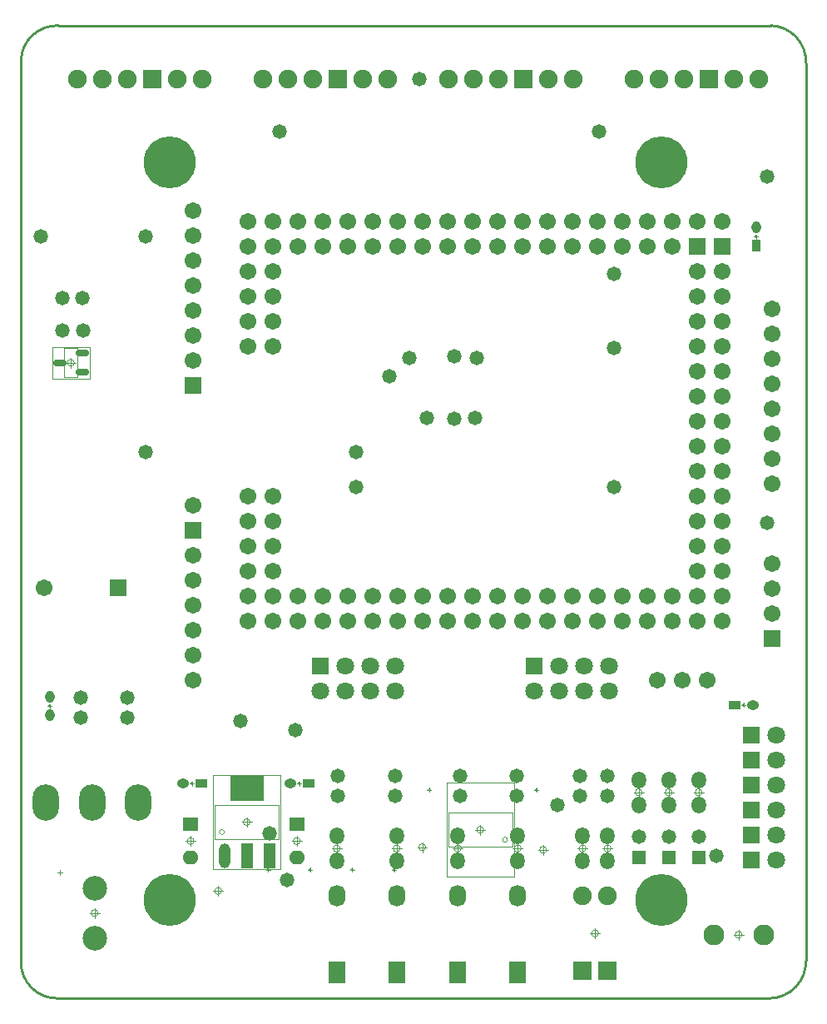
<source format=gts>
G04*
G04 #@! TF.GenerationSoftware,Altium Limited,Altium Designer,22.3.1 (43)*
G04*
G04 Layer_Color=8388736*
%FSLAX25Y25*%
%MOIN*%
G70*
G04*
G04 #@! TF.SameCoordinates,7771213D-0031-41E0-B7F0-5BACD8635ED2*
G04*
G04*
G04 #@! TF.FilePolarity,Negative*
G04*
G01*
G75*
%ADD12C,0.01000*%
%ADD20C,0.00394*%
%ADD21C,0.00100*%
%ADD22C,0.00197*%
%ADD23C,0.00300*%
%ADD39O,0.05800X0.06800*%
%ADD40R,0.06312X0.05524*%
%ADD41O,0.06312X0.05524*%
%ADD42R,0.04800X0.03800*%
%ADD43O,0.04800X0.03800*%
%ADD44R,0.05800X0.05800*%
%ADD45C,0.05800*%
%ADD46R,0.03800X0.04800*%
%ADD47O,0.03800X0.04800*%
%ADD48O,0.04540X0.09855*%
%ADD49R,0.04540X0.09855*%
%ADD50R,0.13792X0.09855*%
%ADD51R,0.06706X0.08674*%
%ADD52O,0.06706X0.08674*%
%ADD53O,0.05524X0.02769*%
%ADD54R,0.06706X0.06706*%
%ADD55C,0.06706*%
%ADD56R,0.06706X0.06706*%
%ADD57C,0.07493*%
%ADD58R,0.07493X0.07493*%
%ADD59C,0.20800*%
%ADD60R,0.07099X0.07099*%
%ADD61C,0.07099*%
%ADD62O,0.10642X0.14580*%
%ADD63C,0.09855*%
%ADD64C,0.08280*%
%ADD65R,0.07099X0.07099*%
D12*
X314500Y374500D02*
G03*
X300500Y389500I-14500J500D01*
G01*
X300000Y0D02*
G03*
X314500Y15000I-250J14750D01*
G01*
X0Y14500D02*
G03*
X14500Y0I14500J0D01*
G01*
X15000Y389500D02*
G03*
X0Y375500I-500J-14500D01*
G01*
X314500Y15000D02*
Y374500D01*
X14500Y0D02*
X300000D01*
X15000Y389500D02*
X300500D01*
X0Y14500D02*
Y375500D01*
D20*
X194968Y63500D02*
G03*
X194968Y63500I-984J0D01*
G01*
X81500Y66572D02*
G03*
X81500Y66572I-984J0D01*
G01*
X171205Y60610D02*
X196795D01*
X171205Y74390D02*
X196795D01*
Y60610D02*
Y74390D01*
X171205Y60610D02*
Y74390D01*
X77705Y63683D02*
X103295D01*
X77705Y77462D02*
X103295D01*
X77705Y63683D02*
Y77462D01*
X103295Y63683D02*
Y77462D01*
X22559Y248594D02*
Y260406D01*
X17441Y248594D02*
Y260406D01*
Y248594D02*
X22559D01*
X17441Y260406D02*
X22559D01*
X170500Y48602D02*
X197500D01*
X170500Y86398D02*
X197500D01*
Y48602D02*
Y86398D01*
X170500Y48602D02*
Y86398D01*
X77000Y51675D02*
X104000D01*
X77000Y89470D02*
X104000D01*
X77000Y51675D02*
Y89470D01*
X104000Y51675D02*
Y89470D01*
X27500Y248201D02*
Y260799D01*
X12500Y248201D02*
Y260799D01*
Y248201D02*
X27500D01*
X12500Y260799D02*
X27500D01*
D21*
X133167Y51500D02*
G03*
X133167Y51500I-500J0D01*
G01*
X99500D02*
G03*
X99500Y51500I-500J0D01*
G01*
X290000Y117500D02*
G03*
X290000Y117500I-500J0D01*
G01*
X206950Y83500D02*
G03*
X206950Y83500I-500J0D01*
G01*
X164050D02*
G03*
X164050Y83500I-500J0D01*
G01*
X116333Y51500D02*
G03*
X116333Y51500I-500J0D01*
G01*
X150000D02*
G03*
X150000Y51500I-500J0D01*
G01*
X295000Y305000D02*
G03*
X295000Y305000I-500J0D01*
G01*
X69000Y86000D02*
G03*
X69000Y86000I-500J0D01*
G01*
X112000D02*
G03*
X112000Y86000I-500J0D01*
G01*
X12000Y117000D02*
G03*
X12000Y117000I-500J0D01*
G01*
X132667Y50713D02*
Y52287D01*
X131879Y51500D02*
X133454D01*
X99000Y50713D02*
Y52287D01*
X98213Y51500D02*
X99787D01*
X288713Y117500D02*
X290287D01*
X289500Y116713D02*
Y118287D01*
X206450Y82713D02*
Y84287D01*
X205663Y83500D02*
X207237D01*
X163550Y82713D02*
Y84287D01*
X162763Y83500D02*
X164337D01*
X115046Y51500D02*
X116621D01*
X115833Y50713D02*
Y52287D01*
X148713Y51500D02*
X150287D01*
X149500Y50713D02*
Y52287D01*
X293713Y305000D02*
X295287D01*
X294500Y304213D02*
Y305787D01*
X68500Y85213D02*
Y86787D01*
X67713Y86000D02*
X69287D01*
X111500Y85213D02*
Y86787D01*
X110713Y86000D02*
X112287D01*
X10713Y117000D02*
X12287D01*
X11500Y116213D02*
Y117787D01*
D22*
X185378Y67500D02*
G03*
X185378Y67500I-1378J0D01*
G01*
X91878Y70572D02*
G03*
X91878Y70572I-1378J0D01*
G01*
X21378Y254500D02*
G03*
X21378Y254500I-1378J0D01*
G01*
X272878Y82500D02*
G03*
X272878Y82500I-1378J0D01*
G01*
X260878D02*
G03*
X260878Y82500I-1378J0D01*
G01*
X248878D02*
G03*
X248878Y82500I-1378J0D01*
G01*
X231378Y26000D02*
G03*
X231378Y26000I-1378J0D01*
G01*
X162172Y60500D02*
G03*
X162172Y60500I-1378J0D01*
G01*
X210584Y59500D02*
G03*
X210584Y59500I-1378J0D01*
G01*
X176378Y60000D02*
G03*
X176378Y60000I-1378J0D01*
G01*
X226378D02*
G03*
X226378Y60000I-1378J0D01*
G01*
X80378Y43000D02*
G03*
X80378Y43000I-1378J0D01*
G01*
X69378Y62966D02*
G03*
X69378Y62966I-1378J0D01*
G01*
X111878D02*
G03*
X111878Y62966I-1378J0D01*
G01*
X288901Y25500D02*
G03*
X288901Y25500I-1378J0D01*
G01*
X30878Y34157D02*
G03*
X30878Y34157I-1378J0D01*
G01*
X236378Y60000D02*
G03*
X236378Y60000I-1378J0D01*
G01*
X200378D02*
G03*
X200378Y60000I-1378J0D01*
G01*
X127878D02*
G03*
X127878Y60000I-1378J0D01*
G01*
X151878D02*
G03*
X151878Y60000I-1378J0D01*
G01*
X184000Y65532D02*
Y69469D01*
X182032Y67500D02*
X185969D01*
X90500Y68604D02*
Y72541D01*
X88532Y70572D02*
X92469D01*
X20000Y252532D02*
Y256469D01*
X18031Y254500D02*
X21968D01*
X269531Y82500D02*
X273468D01*
X271500Y80532D02*
Y84469D01*
X257532Y82500D02*
X261469D01*
X259500Y80532D02*
Y84469D01*
X247500Y80532D02*
Y84469D01*
X245532Y82500D02*
X249469D01*
X228032Y26000D02*
X231969D01*
X230000Y24032D02*
Y27969D01*
X160794Y58532D02*
Y62469D01*
X158825Y60500D02*
X162762D01*
X209206Y57532D02*
Y61469D01*
X207238Y59500D02*
X211175D01*
X175000Y58032D02*
Y61969D01*
X173032Y60000D02*
X176969D01*
X225000Y58032D02*
Y61969D01*
X223032Y60000D02*
X226969D01*
X79000Y41032D02*
Y44969D01*
X77032Y43000D02*
X80969D01*
X68000Y60998D02*
Y64935D01*
X66032Y62966D02*
X69969D01*
X110500Y60998D02*
Y64935D01*
X108532Y62966D02*
X112469D01*
X285555Y25500D02*
X289492D01*
X287523Y23532D02*
Y27469D01*
X29500Y32189D02*
Y36126D01*
X27532Y34157D02*
X31469D01*
X235000Y58032D02*
Y61969D01*
X233032Y60000D02*
X236969D01*
X199000Y58032D02*
Y61969D01*
X197032Y60000D02*
X200969D01*
X126500Y58032D02*
Y61969D01*
X124532Y60000D02*
X128469D01*
X150500Y58032D02*
Y61969D01*
X148532Y60000D02*
X152469D01*
D23*
X15500Y49500D02*
Y51500D01*
X14500Y50500D02*
X16500D01*
D39*
X259500Y77500D02*
D03*
Y87500D02*
D03*
X225000Y55000D02*
D03*
Y65000D02*
D03*
X175000Y55000D02*
D03*
Y65000D02*
D03*
X271500Y77500D02*
D03*
Y87500D02*
D03*
X247500D02*
D03*
Y77500D02*
D03*
X150500Y55000D02*
D03*
Y65000D02*
D03*
X126500Y55000D02*
D03*
Y65000D02*
D03*
X199000Y55000D02*
D03*
Y65000D02*
D03*
X235000Y55000D02*
D03*
Y65000D02*
D03*
D40*
X110500Y69659D02*
D03*
X68000D02*
D03*
D41*
X110500Y56273D02*
D03*
X68000D02*
D03*
D42*
X115150Y86000D02*
D03*
X72150D02*
D03*
X285850Y117500D02*
D03*
D43*
X107850Y86000D02*
D03*
X64850D02*
D03*
X293150Y117500D02*
D03*
D44*
X259510Y56500D02*
D03*
X271520D02*
D03*
X247500D02*
D03*
D45*
X259490Y64730D02*
D03*
X24020Y112270D02*
D03*
X24000Y120500D02*
D03*
X224000Y89230D02*
D03*
X224020Y81000D02*
D03*
X271500Y64730D02*
D03*
X247480D02*
D03*
X149980Y89230D02*
D03*
X150000Y81000D02*
D03*
X127000Y89230D02*
D03*
X127020Y81000D02*
D03*
X42500Y120510D02*
D03*
X42520Y112280D02*
D03*
X176000Y89230D02*
D03*
X176020Y81000D02*
D03*
X198480Y89230D02*
D03*
X198500Y81000D02*
D03*
X235000Y89230D02*
D03*
X235020Y81000D02*
D03*
X24730Y280520D02*
D03*
X16500Y280500D02*
D03*
X16770Y267480D02*
D03*
X25000Y267500D02*
D03*
X299062Y190323D02*
D03*
X215000Y77500D02*
D03*
X231500Y347000D02*
D03*
X159564Y368162D02*
D03*
X103500Y347000D02*
D03*
X8000Y305000D02*
D03*
X49999Y218717D02*
D03*
X110047Y107392D02*
D03*
X299062Y329000D02*
D03*
X237500Y204785D02*
D03*
X134160D02*
D03*
X237500Y290000D02*
D03*
X49999Y305000D02*
D03*
X88000Y111000D02*
D03*
X237500Y260556D02*
D03*
X134160Y218717D02*
D03*
X106500Y47500D02*
D03*
X278500Y57000D02*
D03*
X147500Y249000D02*
D03*
X173500Y257000D02*
D03*
X155500Y256500D02*
D03*
X182500D02*
D03*
X182000Y232500D02*
D03*
X173651Y232105D02*
D03*
X162500Y232510D02*
D03*
X99500Y66000D02*
D03*
D46*
X294500Y301350D02*
D03*
D47*
Y308650D02*
D03*
X11500Y120650D02*
D03*
Y113350D02*
D03*
D48*
X81445Y57072D02*
D03*
D49*
X90500D02*
D03*
X99555D02*
D03*
D50*
X90500Y84072D02*
D03*
D51*
X174833Y10348D02*
D03*
X150667D02*
D03*
X126500D02*
D03*
X199000D02*
D03*
D52*
X174833Y41057D02*
D03*
X150667D02*
D03*
X126500D02*
D03*
X199000D02*
D03*
D53*
X24500Y250760D02*
D03*
Y258240D02*
D03*
X15500Y254500D02*
D03*
D54*
X301000Y144000D02*
D03*
X69000Y187500D02*
D03*
Y245500D02*
D03*
D55*
X301000Y154000D02*
D03*
Y164000D02*
D03*
Y174000D02*
D03*
X9161Y164500D02*
D03*
X69000Y127500D02*
D03*
Y137500D02*
D03*
Y147500D02*
D03*
Y157500D02*
D03*
Y167500D02*
D03*
Y177500D02*
D03*
Y197500D02*
D03*
X271000Y161000D02*
D03*
Y151000D02*
D03*
X281000Y161000D02*
D03*
Y151000D02*
D03*
X271000Y171000D02*
D03*
X281000D02*
D03*
X271000Y181000D02*
D03*
X281000D02*
D03*
X271000Y191000D02*
D03*
X281000D02*
D03*
X271000Y201000D02*
D03*
X281000D02*
D03*
X271000Y211000D02*
D03*
X281000D02*
D03*
X271000Y221000D02*
D03*
X281000D02*
D03*
X271000Y231000D02*
D03*
X281000D02*
D03*
X271000Y241000D02*
D03*
X281000D02*
D03*
X271000Y251000D02*
D03*
X281000D02*
D03*
X271000Y261000D02*
D03*
X281000D02*
D03*
X271000Y271000D02*
D03*
X281000D02*
D03*
X271000Y281000D02*
D03*
X281000D02*
D03*
X271000Y291000D02*
D03*
X281000D02*
D03*
X261000Y151000D02*
D03*
Y161000D02*
D03*
X251000Y151000D02*
D03*
Y161000D02*
D03*
X241000Y151000D02*
D03*
Y161000D02*
D03*
X231000Y151000D02*
D03*
Y161000D02*
D03*
X221000Y151000D02*
D03*
Y161000D02*
D03*
X211000Y151000D02*
D03*
Y161000D02*
D03*
X201000Y151000D02*
D03*
Y161000D02*
D03*
X191000Y151000D02*
D03*
Y161000D02*
D03*
X181000Y151000D02*
D03*
Y161000D02*
D03*
X171000Y151000D02*
D03*
Y161000D02*
D03*
X251000Y301000D02*
D03*
Y311000D02*
D03*
X261000Y301000D02*
D03*
Y311000D02*
D03*
X271000D02*
D03*
X281000D02*
D03*
X161000Y151000D02*
D03*
Y161000D02*
D03*
X151000Y151000D02*
D03*
Y161000D02*
D03*
X141000Y151000D02*
D03*
Y161000D02*
D03*
X131000Y151000D02*
D03*
Y161000D02*
D03*
X121000Y151000D02*
D03*
Y161000D02*
D03*
X111000Y151000D02*
D03*
Y161000D02*
D03*
X101000Y151000D02*
D03*
Y161000D02*
D03*
X91000Y151000D02*
D03*
Y161000D02*
D03*
Y171000D02*
D03*
X101000D02*
D03*
X91000Y181000D02*
D03*
X101000D02*
D03*
X91000Y191000D02*
D03*
X101000D02*
D03*
X91000Y201000D02*
D03*
X101000D02*
D03*
Y261000D02*
D03*
X91000D02*
D03*
X101000Y271000D02*
D03*
X91000D02*
D03*
X101000Y281000D02*
D03*
X91000D02*
D03*
X101000Y291000D02*
D03*
X91000D02*
D03*
Y301000D02*
D03*
Y311000D02*
D03*
X101000Y301000D02*
D03*
Y311000D02*
D03*
X111000Y301000D02*
D03*
Y311000D02*
D03*
X121000Y301000D02*
D03*
Y311000D02*
D03*
X131000Y301000D02*
D03*
Y311000D02*
D03*
X141000Y301000D02*
D03*
Y311000D02*
D03*
X151000Y301000D02*
D03*
Y311000D02*
D03*
X161000Y301000D02*
D03*
Y311000D02*
D03*
X171000Y301000D02*
D03*
Y311000D02*
D03*
X181000Y301000D02*
D03*
Y311000D02*
D03*
X191000Y301000D02*
D03*
Y311000D02*
D03*
X201000Y301000D02*
D03*
Y311000D02*
D03*
X211000Y301000D02*
D03*
Y311000D02*
D03*
X221000Y301000D02*
D03*
Y311000D02*
D03*
X231000Y301000D02*
D03*
Y311000D02*
D03*
X241000Y301000D02*
D03*
Y311000D02*
D03*
X275000Y127500D02*
D03*
X265000D02*
D03*
X255000D02*
D03*
X69000Y255500D02*
D03*
Y265500D02*
D03*
Y275500D02*
D03*
Y285500D02*
D03*
Y295500D02*
D03*
Y305500D02*
D03*
Y315500D02*
D03*
X301000Y206000D02*
D03*
Y216000D02*
D03*
Y226000D02*
D03*
Y236000D02*
D03*
Y246000D02*
D03*
Y256000D02*
D03*
Y266000D02*
D03*
Y276000D02*
D03*
D56*
X39083Y164500D02*
D03*
X271000Y301000D02*
D03*
X281000D02*
D03*
D57*
X22500Y368000D02*
D03*
X72500D02*
D03*
X62500D02*
D03*
X42500D02*
D03*
X32500D02*
D03*
X96833D02*
D03*
X146833D02*
D03*
X136833D02*
D03*
X116833D02*
D03*
X106833D02*
D03*
X171167D02*
D03*
X221167D02*
D03*
X211167D02*
D03*
X191167D02*
D03*
X181167D02*
D03*
X245500D02*
D03*
X295500D02*
D03*
X285500D02*
D03*
X265500D02*
D03*
X255500D02*
D03*
X235000Y41000D02*
D03*
X225000D02*
D03*
D58*
X52500Y368000D02*
D03*
X126833D02*
D03*
X201167D02*
D03*
X275500D02*
D03*
X235000Y11000D02*
D03*
X225000D02*
D03*
D59*
X256470Y334646D02*
D03*
X59620D02*
D03*
X256470Y39370D02*
D03*
X59620D02*
D03*
D60*
X292500Y105500D02*
D03*
Y95500D02*
D03*
Y85500D02*
D03*
Y75500D02*
D03*
Y65500D02*
D03*
Y55500D02*
D03*
D61*
X302500Y105500D02*
D03*
Y95500D02*
D03*
Y85500D02*
D03*
Y75500D02*
D03*
Y65500D02*
D03*
Y55500D02*
D03*
X120000Y123000D02*
D03*
X130000D02*
D03*
Y133000D02*
D03*
X140000Y123000D02*
D03*
Y133000D02*
D03*
X150000D02*
D03*
Y123000D02*
D03*
X205500D02*
D03*
X215500D02*
D03*
Y133000D02*
D03*
X225500Y123000D02*
D03*
Y133000D02*
D03*
X235500D02*
D03*
Y123000D02*
D03*
D62*
X10000Y78500D02*
D03*
X28504D02*
D03*
X47008D02*
D03*
D63*
X29500Y44000D02*
D03*
Y24000D02*
D03*
D64*
X277500Y25500D02*
D03*
X297500D02*
D03*
D65*
X120000Y133000D02*
D03*
X205500D02*
D03*
M02*

</source>
